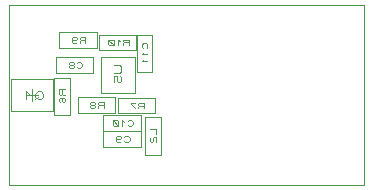
<source format=gbr>
G04 PROTEUS GERBER X2 FILE*
%TF.GenerationSoftware,Labcenter,Proteus,8.5-SP0-Build22067*%
%TF.CreationDate,2018-05-23T12:33:45+00:00*%
%TF.FileFunction,AssemblyDrawing,Bot*%
%TF.FilePolarity,Positive*%
%TF.Part,Single*%
%FSLAX45Y45*%
%MOMM*%
G01*
%TA.AperFunction,Profile*%
%ADD28C,0.101600*%
%TA.AperFunction,Material*%
%ADD73C,0.101600*%
%ADD67C,0.100750*%
%ADD68C,0.079240*%
%ADD76C,0.078740*%
%ADD79C,0.050000*%
%ADD80C,0.121660*%
D28*
X-1490000Y-760000D02*
X+1510000Y-760000D01*
X+1510000Y+760000D01*
X-1490000Y+760000D01*
X-1490000Y-760000D01*
D73*
X-716870Y+19810D02*
X-427310Y+19810D01*
X-427310Y+322070D01*
X-716870Y+322070D01*
X-716870Y+19810D01*
D67*
X-602316Y+251542D02*
X-551939Y+251542D01*
X-541864Y+241467D01*
X-541864Y+201166D01*
X-551939Y+191091D01*
X-602316Y+191091D01*
X-602316Y+110489D02*
X-602316Y+160865D01*
X-582165Y+160865D01*
X-582165Y+120564D01*
X-572090Y+110489D01*
X-551939Y+110489D01*
X-541864Y+120564D01*
X-541864Y+150790D01*
X-551939Y+160865D01*
D73*
X-1067520Y+399980D02*
X-752560Y+399980D01*
X-752560Y+532060D01*
X-1067520Y+532060D01*
X-1067520Y+399980D01*
D68*
X-846642Y+442245D02*
X-846642Y+489794D01*
X-886265Y+489794D01*
X-894190Y+481869D01*
X-894190Y+473944D01*
X-886265Y+466020D01*
X-846642Y+466020D01*
X-886265Y+466020D02*
X-894190Y+458095D01*
X-894190Y+442245D01*
X-957588Y+473944D02*
X-949663Y+466020D01*
X-925889Y+466020D01*
X-917964Y+473944D01*
X-917964Y+481869D01*
X-925889Y+489794D01*
X-949663Y+489794D01*
X-957588Y+481869D01*
X-957588Y+450170D01*
X-949663Y+442245D01*
X-925889Y+442245D01*
D73*
X-731520Y+381000D02*
X-416560Y+381000D01*
X-416560Y+513080D01*
X-731520Y+513080D01*
X-731520Y+381000D01*
D76*
X-479552Y+423418D02*
X-479552Y+470662D01*
X-518922Y+470662D01*
X-526796Y+462788D01*
X-526796Y+454914D01*
X-518922Y+447040D01*
X-479552Y+447040D01*
X-518922Y+447040D02*
X-526796Y+439166D01*
X-526796Y+423418D01*
X-558292Y+454914D02*
X-574040Y+470662D01*
X-574040Y+423418D01*
X-605536Y+431292D02*
X-605536Y+462788D01*
X-613410Y+470662D01*
X-644906Y+470662D01*
X-652780Y+462788D01*
X-652780Y+431292D01*
X-644906Y+423418D01*
X-613410Y+423418D01*
X-605536Y+431292D01*
X-605536Y+423418D02*
X-652780Y+470662D01*
D73*
X-411480Y+193040D02*
X-279400Y+193040D01*
X-279400Y+508000D01*
X-411480Y+508000D01*
X-411480Y+193040D01*
D76*
X-329692Y+397764D02*
X-321818Y+405638D01*
X-321818Y+429260D01*
X-337566Y+445008D01*
X-353314Y+445008D01*
X-369062Y+429260D01*
X-369062Y+405638D01*
X-361188Y+397764D01*
X-353314Y+366268D02*
X-369062Y+350520D01*
X-321818Y+350520D01*
X-353314Y+303276D02*
X-369062Y+287528D01*
X-321818Y+287528D01*
D73*
X-574160Y-155100D02*
X-259200Y-155100D01*
X-259200Y-23020D01*
X-574160Y-23020D01*
X-574160Y-155100D01*
D68*
X-353282Y-112835D02*
X-353282Y-65286D01*
X-392905Y-65286D01*
X-400830Y-73211D01*
X-400830Y-81136D01*
X-392905Y-89060D01*
X-353282Y-89060D01*
X-392905Y-89060D02*
X-400830Y-96985D01*
X-400830Y-112835D01*
X-424604Y-65286D02*
X-464228Y-65286D01*
X-464228Y-73211D01*
X-424604Y-112835D01*
D73*
X-914160Y-150020D02*
X-599200Y-150020D01*
X-599200Y-17940D01*
X-914160Y-17940D01*
X-914160Y-150020D01*
D68*
X-693282Y-107755D02*
X-693282Y-60206D01*
X-732905Y-60206D01*
X-740830Y-68131D01*
X-740830Y-76056D01*
X-732905Y-83980D01*
X-693282Y-83980D01*
X-732905Y-83980D02*
X-740830Y-91905D01*
X-740830Y-107755D01*
X-772529Y-83980D02*
X-764604Y-76056D01*
X-764604Y-68131D01*
X-772529Y-60206D01*
X-796303Y-60206D01*
X-804228Y-68131D01*
X-804228Y-76056D01*
X-796303Y-83980D01*
X-772529Y-83980D01*
X-764604Y-91905D01*
X-764604Y-99830D01*
X-772529Y-107755D01*
X-796303Y-107755D01*
X-804228Y-99830D01*
X-804228Y-91905D01*
X-796303Y-83980D01*
D73*
X-1094160Y+189980D02*
X-779200Y+189980D01*
X-779200Y+322060D01*
X-1094160Y+322060D01*
X-1094160Y+189980D01*
D68*
X-920830Y+240170D02*
X-912905Y+232245D01*
X-889131Y+232245D01*
X-873282Y+248095D01*
X-873282Y+263944D01*
X-889131Y+279794D01*
X-912905Y+279794D01*
X-920830Y+271869D01*
X-952529Y+256020D02*
X-944604Y+263944D01*
X-944604Y+271869D01*
X-952529Y+279794D01*
X-976303Y+279794D01*
X-984228Y+271869D01*
X-984228Y+263944D01*
X-976303Y+256020D01*
X-952529Y+256020D01*
X-944604Y+248095D01*
X-944604Y+240170D01*
X-952529Y+232245D01*
X-976303Y+232245D01*
X-984228Y+240170D01*
X-984228Y+248095D01*
X-976303Y+256020D01*
D79*
X-1120000Y-135000D02*
X-1480000Y-135000D01*
X-1480000Y+135000D01*
X-1120000Y+135000D01*
X-1120000Y-135000D01*
X-1300000Y+50000D02*
X-1300000Y-50000D01*
X-1350000Y+0D02*
X-1250000Y+0D01*
D80*
X-1202668Y+12166D02*
X-1227001Y+36499D01*
X-1251334Y+36499D01*
X-1275667Y+12166D01*
X-1275667Y-12167D01*
X-1251334Y-36500D01*
X-1227001Y-36500D01*
X-1202668Y-12167D01*
X-1202668Y+12166D01*
X-1251334Y-12167D02*
X-1275667Y-36500D01*
X-1324333Y+12166D02*
X-1348666Y+36499D01*
X-1348666Y-36500D01*
D73*
X-1111940Y-170680D02*
X-979860Y-170680D01*
X-979860Y+144280D01*
X-1111940Y+144280D01*
X-1111940Y-170680D01*
D68*
X-1022125Y+50198D02*
X-1069674Y+50198D01*
X-1069674Y+10575D01*
X-1061749Y+2650D01*
X-1053824Y+2650D01*
X-1045900Y+10575D01*
X-1045900Y+50198D01*
X-1045900Y+10575D02*
X-1037975Y+2650D01*
X-1022125Y+2650D01*
X-1061749Y-60748D02*
X-1069674Y-52823D01*
X-1069674Y-29049D01*
X-1061749Y-21124D01*
X-1030050Y-21124D01*
X-1022125Y-29049D01*
X-1022125Y-52823D01*
X-1030050Y-60748D01*
X-1037975Y-60748D01*
X-1045900Y-52823D01*
X-1045900Y-21124D01*
D73*
X-338580Y-504160D02*
X-206500Y-504160D01*
X-206500Y-189200D01*
X-338580Y-189200D01*
X-338580Y-504160D01*
D68*
X-296314Y-283282D02*
X-248765Y-283282D01*
X-248765Y-330830D01*
X-288389Y-354604D02*
X-296314Y-362529D01*
X-296314Y-386303D01*
X-288389Y-394228D01*
X-280464Y-394228D01*
X-272540Y-386303D01*
X-272540Y-362529D01*
X-264615Y-354604D01*
X-248765Y-354604D01*
X-248765Y-394228D01*
D73*
X-694160Y-300020D02*
X-379200Y-300020D01*
X-379200Y-167940D01*
X-694160Y-167940D01*
X-694160Y-300020D01*
D76*
X-489436Y-249728D02*
X-481562Y-257602D01*
X-457940Y-257602D01*
X-442192Y-241854D01*
X-442192Y-226106D01*
X-457940Y-210358D01*
X-481562Y-210358D01*
X-489436Y-218232D01*
X-520932Y-226106D02*
X-536680Y-210358D01*
X-536680Y-257602D01*
X-568176Y-249728D02*
X-568176Y-218232D01*
X-576050Y-210358D01*
X-607546Y-210358D01*
X-615420Y-218232D01*
X-615420Y-249728D01*
X-607546Y-257602D01*
X-576050Y-257602D01*
X-568176Y-249728D01*
X-568176Y-257602D02*
X-615420Y-210358D01*
D73*
X-694160Y-440020D02*
X-379200Y-440020D01*
X-379200Y-307940D01*
X-694160Y-307940D01*
X-694160Y-440020D01*
D68*
X-520830Y-389830D02*
X-512905Y-397755D01*
X-489131Y-397755D01*
X-473282Y-381905D01*
X-473282Y-366056D01*
X-489131Y-350206D01*
X-512905Y-350206D01*
X-520830Y-358131D01*
X-584228Y-366056D02*
X-576303Y-373980D01*
X-552529Y-373980D01*
X-544604Y-366056D01*
X-544604Y-358131D01*
X-552529Y-350206D01*
X-576303Y-350206D01*
X-584228Y-358131D01*
X-584228Y-389830D01*
X-576303Y-397755D01*
X-552529Y-397755D01*
M02*

</source>
